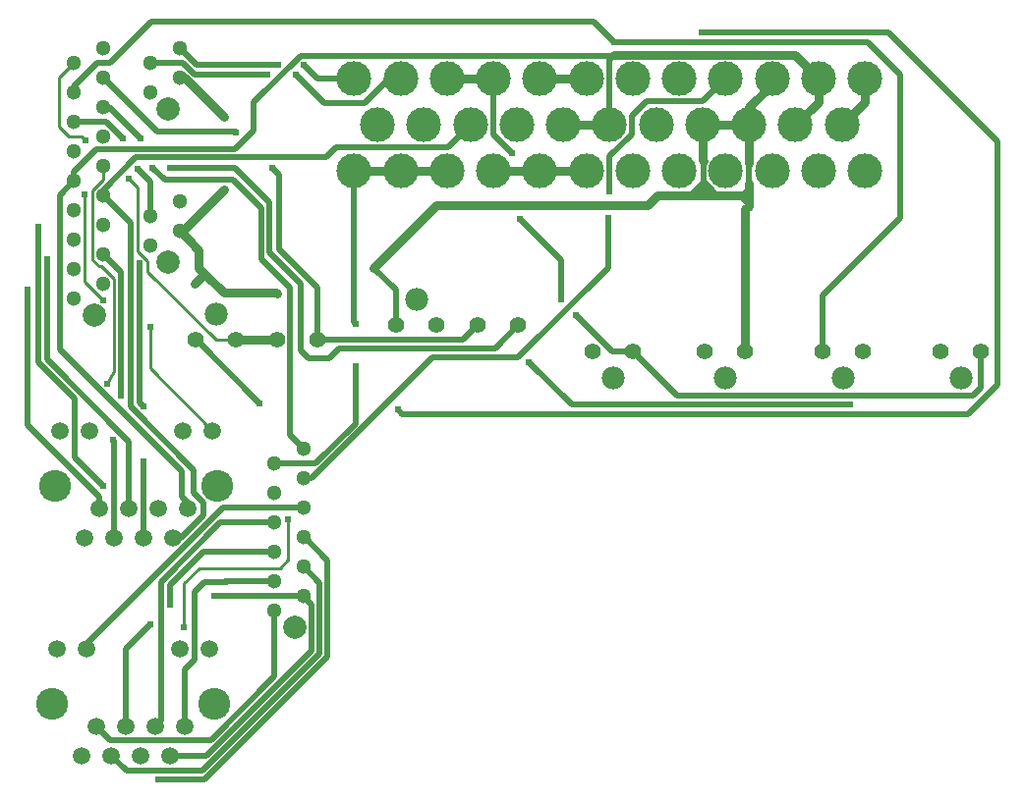
<source format=gbr>
G04 #@! TF.FileFunction,Copper,L1,Top,Signal*
%FSLAX46Y46*%
G04 Gerber Fmt 4.6, Leading zero omitted, Abs format (unit mm)*
G04 Created by KiCad (PCBNEW 4.0.7-e2-6376~58~ubuntu16.04.1) date Sat Mar  3 12:44:21 2018*
%MOMM*%
%LPD*%
G01*
G04 APERTURE LIST*
%ADD10C,0.100000*%
%ADD11C,1.300000*%
%ADD12C,2.000000*%
%ADD13C,3.000000*%
%ADD14C,1.500000*%
%ADD15C,2.750000*%
%ADD16C,1.397000*%
%ADD17C,1.981000*%
%ADD18C,0.609600*%
%ADD19C,0.254000*%
%ADD20C,0.762000*%
%ADD21C,0.508000*%
G04 APERTURE END LIST*
D10*
D11*
X40640000Y-54610000D03*
X40640000Y-57150000D03*
X40640000Y-59690000D03*
X40640000Y-52070000D03*
X43180000Y-58420000D03*
X43180000Y-55880000D03*
X43180000Y-53340000D03*
X43180000Y-50800000D03*
X40640000Y-49530000D03*
X43180000Y-48260000D03*
X40640000Y-46990000D03*
X43180000Y-45720000D03*
X40640000Y-44450000D03*
X43180000Y-43180000D03*
X40640000Y-41910000D03*
X43180000Y-40640000D03*
X40640000Y-39370000D03*
X43180000Y-38100000D03*
D12*
X42440000Y-61090000D03*
D13*
X80816000Y-40696000D03*
X104816000Y-40696000D03*
X100816000Y-40696000D03*
X96816000Y-40696000D03*
X92816000Y-40696000D03*
X88816000Y-40696000D03*
X84816000Y-40696000D03*
X102816000Y-44696000D03*
X98816000Y-44696000D03*
X90816000Y-44696000D03*
X94816000Y-44696000D03*
X86816000Y-44696000D03*
X82816000Y-44696000D03*
X84816000Y-48696000D03*
X88816000Y-48696000D03*
X96816000Y-48696000D03*
X92816000Y-48696000D03*
X100816000Y-48696000D03*
X104816000Y-48696000D03*
X108816000Y-40696000D03*
X106816000Y-44696000D03*
X108816000Y-48696000D03*
X80816000Y-48696000D03*
X78816000Y-44696000D03*
X76816000Y-40696000D03*
X76816000Y-48696000D03*
X72816000Y-40696000D03*
X74816000Y-44696000D03*
X72816000Y-48696000D03*
X68816000Y-40696000D03*
X70816000Y-44696000D03*
X68816000Y-48696000D03*
X64816000Y-40696000D03*
X66816000Y-44696000D03*
X64816000Y-48696000D03*
D14*
X52578000Y-71120000D03*
X50038000Y-71120000D03*
X39478000Y-71120000D03*
X42018000Y-71120000D03*
X50478000Y-77750000D03*
X47938000Y-77750000D03*
X45398000Y-77750000D03*
X42858000Y-77750000D03*
X49208000Y-80290000D03*
X46668000Y-80290000D03*
X44128000Y-80290000D03*
X41588000Y-80290000D03*
D15*
X52978000Y-75870000D03*
X39078000Y-75870000D03*
D16*
X54638000Y-63246000D03*
X51138000Y-63246000D03*
D17*
X52888000Y-61016000D03*
D16*
X58138000Y-63246000D03*
X61638000Y-63246000D03*
X115316000Y-64262000D03*
X118816000Y-64262000D03*
D17*
X117066000Y-66492000D03*
D16*
X105156000Y-64262000D03*
X108656000Y-64262000D03*
D17*
X106906000Y-66492000D03*
D16*
X85344000Y-64262000D03*
X88844000Y-64262000D03*
D17*
X87094000Y-66492000D03*
D16*
X71910000Y-61976000D03*
X68410000Y-61976000D03*
D17*
X70160000Y-59746000D03*
D16*
X75410000Y-61976000D03*
X78910000Y-61976000D03*
D11*
X47244000Y-39370000D03*
X47244000Y-41910000D03*
X49784000Y-40640000D03*
X49784000Y-38100000D03*
D12*
X48744000Y-43310000D03*
D11*
X47244000Y-52578000D03*
X47244000Y-55118000D03*
X49784000Y-53848000D03*
X49784000Y-51308000D03*
D12*
X48744000Y-56518000D03*
D14*
X52324000Y-89916000D03*
X49784000Y-89916000D03*
X39224000Y-89916000D03*
X41764000Y-89916000D03*
X50224000Y-96546000D03*
X47684000Y-96546000D03*
X45144000Y-96546000D03*
X42604000Y-96546000D03*
X48954000Y-99086000D03*
X46414000Y-99086000D03*
X43874000Y-99086000D03*
X41334000Y-99086000D03*
D15*
X52724000Y-94666000D03*
X38824000Y-94666000D03*
D11*
X57912000Y-81534000D03*
X57912000Y-84074000D03*
X57912000Y-86614000D03*
X57912000Y-78994000D03*
X60452000Y-85344000D03*
X60452000Y-82804000D03*
X60452000Y-80264000D03*
X60452000Y-77724000D03*
X57912000Y-76454000D03*
X60452000Y-75184000D03*
X57912000Y-73914000D03*
X60452000Y-72644000D03*
D12*
X59712000Y-88014000D03*
D16*
X94996000Y-64262000D03*
X98496000Y-64262000D03*
D17*
X96746000Y-66492000D03*
D18*
X41671240Y-46050200D03*
X45405040Y-49352200D03*
X94706440Y-36703000D03*
X68569840Y-69240400D03*
X56657240Y-68681600D03*
X54625240Y-45313600D03*
X57749440Y-48412400D03*
X83886040Y-61066680D03*
X82621120Y-59766200D03*
X79044800Y-52796440D03*
X78445360Y-47091600D03*
X87249000Y-37592000D03*
X46395640Y-45872400D03*
X48935640Y-48412400D03*
X107569000Y-68834000D03*
X79883000Y-65151000D03*
X51094640Y-58394600D03*
X53558440Y-43992800D03*
X53583840Y-50292000D03*
X66487040Y-57007760D03*
X58160920Y-59232800D03*
X85628480Y-51587410D03*
X81661000Y-51587410D03*
X77083920Y-51587410D03*
X59781440Y-40360600D03*
X57292240Y-40360600D03*
X58282840Y-39522400D03*
X60467240Y-39497000D03*
X46141640Y-48488600D03*
X38354000Y-56261000D03*
X36703000Y-58928000D03*
X43180000Y-75819000D03*
X37592000Y-53467000D03*
X44704000Y-68072000D03*
X44069000Y-71882000D03*
X46294040Y-56642000D03*
X46649640Y-69011800D03*
X46675040Y-73736200D03*
X52720240Y-85344000D03*
X53672740Y-84112100D03*
X43512740Y-67030600D03*
X47259240Y-62077600D03*
X43206303Y-59850559D03*
X41615360Y-50678080D03*
X47386240Y-48361600D03*
X44871640Y-45872400D03*
X59133740Y-78714600D03*
X50116740Y-88049100D03*
X47259240Y-87731600D03*
X48973740Y-86080600D03*
X47919640Y-101142800D03*
X86819740Y-50457100D03*
X86692740Y-52743100D03*
X64912240Y-61823600D03*
X64912240Y-65506600D03*
D19*
X54638000Y-63246000D02*
X52898040Y-63246000D01*
X39410640Y-40599360D02*
X40640000Y-39370000D01*
X39410640Y-44881800D02*
X39410640Y-40599360D01*
X40223440Y-45694600D02*
X39410640Y-44881800D01*
X41315640Y-45694600D02*
X40223440Y-45694600D01*
X41671240Y-46050200D02*
X41315640Y-45694600D01*
X46167040Y-50114200D02*
X45405040Y-49352200D01*
X46167040Y-55575200D02*
X46167040Y-50114200D01*
X47005240Y-56413400D02*
X46167040Y-55575200D01*
X47005240Y-57353200D02*
X47005240Y-56413400D01*
X52898040Y-63246000D02*
X47005240Y-57353200D01*
D20*
X54638000Y-63246000D02*
X58138000Y-63246000D01*
D21*
X51138000Y-63246000D02*
X51221640Y-63246000D01*
X51221640Y-63246000D02*
X56657240Y-68681600D01*
X110810040Y-36703000D02*
X94706440Y-36703000D01*
X120208040Y-46101000D02*
X110810040Y-36703000D01*
X120208040Y-67106800D02*
X120208040Y-46101000D01*
X117693440Y-69621400D02*
X120208040Y-67106800D01*
X68950840Y-69621400D02*
X117693440Y-69621400D01*
X68569840Y-69240400D02*
X68950840Y-69621400D01*
X61638000Y-63246000D02*
X61638000Y-58701760D01*
X47802800Y-45262800D02*
X43180000Y-40640000D01*
X54574440Y-45262800D02*
X47802800Y-45262800D01*
X54625240Y-45313600D02*
X54574440Y-45262800D01*
X58333640Y-48996600D02*
X57749440Y-48412400D01*
X58333640Y-55397400D02*
X58333640Y-48996600D01*
X61638000Y-58701760D02*
X58333640Y-55397400D01*
X75410000Y-61976000D02*
X75402440Y-61976000D01*
X75402440Y-61976000D02*
X74132440Y-63246000D01*
X74132440Y-63246000D02*
X61638000Y-63246000D01*
X75410000Y-61976000D02*
X75410000Y-62400240D01*
X75410000Y-61976000D02*
X75410000Y-62019240D01*
D20*
X72816000Y-40696000D02*
X76816000Y-40696000D01*
D21*
X83886040Y-61066680D02*
X87081360Y-64262000D01*
X87081360Y-64262000D02*
X88844000Y-64262000D01*
X79044800Y-52796440D02*
X82621120Y-56372760D01*
X82621120Y-56372760D02*
X82621120Y-59766200D01*
X76816000Y-40696000D02*
X76816000Y-45517474D01*
X76816000Y-45517474D02*
X78390126Y-47091600D01*
X78390126Y-47091600D02*
X78445360Y-47091600D01*
X118816000Y-64262000D02*
X118816000Y-67366000D01*
X92654000Y-68072000D02*
X88844000Y-64262000D01*
X118110000Y-68072000D02*
X92654000Y-68072000D01*
X118816000Y-67366000D02*
X118110000Y-68072000D01*
X105156000Y-64262000D02*
X105156000Y-59436000D01*
X109093000Y-37592000D02*
X87249000Y-37592000D01*
X111887000Y-40386000D02*
X109093000Y-37592000D01*
X111887000Y-52705000D02*
X111887000Y-40386000D01*
X105156000Y-59436000D02*
X111887000Y-52705000D01*
X42672000Y-39370000D02*
X40640000Y-41402000D01*
X43815000Y-39370000D02*
X42672000Y-39370000D01*
X47371000Y-35814000D02*
X43815000Y-39370000D01*
X85471000Y-35814000D02*
X47371000Y-35814000D01*
X87249000Y-37592000D02*
X85471000Y-35814000D01*
X40640000Y-41402000D02*
X40640000Y-41910000D01*
X78910000Y-61976000D02*
X78907640Y-61976000D01*
X78907640Y-61976000D02*
X76926440Y-63957200D01*
X46395640Y-45872400D02*
X43703240Y-43180000D01*
X54523640Y-48412400D02*
X48935640Y-48412400D01*
X57495440Y-51384200D02*
X54523640Y-48412400D01*
X57495440Y-55702200D02*
X57495440Y-51384200D01*
X60213240Y-58420000D02*
X57495440Y-55702200D01*
X60213240Y-64135000D02*
X60213240Y-58420000D01*
X60899040Y-64820800D02*
X60213240Y-64135000D01*
X62651640Y-64820800D02*
X60899040Y-64820800D01*
X63515240Y-63957200D02*
X62651640Y-64820800D01*
X76926440Y-63957200D02*
X63515240Y-63957200D01*
X43703240Y-43180000D02*
X43180000Y-43180000D01*
X78910000Y-61976000D02*
X78806040Y-61976000D01*
X43180000Y-43180000D02*
X43703240Y-43180000D01*
X78910000Y-61976000D02*
X78729840Y-61976000D01*
X83566000Y-68834000D02*
X107569000Y-68834000D01*
X79883000Y-65151000D02*
X83566000Y-68834000D01*
D20*
X51937920Y-57551320D02*
X51937920Y-57525920D01*
X51094640Y-58394600D02*
X51937920Y-57551320D01*
X49784000Y-53848000D02*
X50027840Y-53848000D01*
X50027840Y-53848000D02*
X53583840Y-50292000D01*
X53558440Y-43992800D02*
X50205640Y-40640000D01*
X50205640Y-40640000D02*
X49784000Y-40640000D01*
X49977040Y-40640000D02*
X49784000Y-40640000D01*
X98496000Y-51950199D02*
X98782599Y-51663600D01*
X98496000Y-64262000D02*
X98496000Y-51950199D01*
D21*
X68410000Y-61976000D02*
X68410000Y-58930720D01*
X68410000Y-58930720D02*
X66487040Y-57007760D01*
D20*
X71907390Y-51587410D02*
X66487040Y-57007760D01*
X53578760Y-59166760D02*
X58094880Y-59166760D01*
X58094880Y-59166760D02*
X58160920Y-59232800D01*
D21*
X98816000Y-49705434D02*
X98816000Y-48000920D01*
D20*
X98816000Y-44696000D02*
X98816000Y-48000920D01*
X94909599Y-47780927D02*
X94816000Y-47687328D01*
X94816000Y-47687328D02*
X94816000Y-44696000D01*
X98816000Y-44696000D02*
X94816000Y-44696000D01*
X98782599Y-50733960D02*
X98782599Y-50017680D01*
D19*
X98074480Y-50733960D02*
X98074480Y-50725799D01*
D20*
X98782599Y-50017680D02*
X98782599Y-49738835D01*
D19*
X98074480Y-50725799D02*
X98782599Y-50017680D01*
D21*
X98074480Y-50733960D02*
X98782599Y-50733960D01*
X96032486Y-50733960D02*
X98074480Y-50733960D01*
D19*
X98074480Y-50733960D02*
X98074480Y-50955481D01*
D20*
X98782599Y-51663600D02*
X98782599Y-50733960D01*
D19*
X98074480Y-50955481D02*
X98782599Y-51663600D01*
D21*
X95590526Y-50292000D02*
X94970600Y-50292000D01*
X94970600Y-50292000D02*
X94711520Y-50292000D01*
X94909599Y-49616401D02*
X94909599Y-50230999D01*
X94909599Y-50230999D02*
X94970600Y-50292000D01*
X95590526Y-50292000D02*
X96032486Y-50733960D01*
X94909599Y-49611073D02*
X95590526Y-50292000D01*
X94909599Y-49616401D02*
X94472760Y-50053240D01*
X94711520Y-50292000D02*
X94472760Y-50053240D01*
X94472760Y-50053240D02*
X93792040Y-50733960D01*
D20*
X98782599Y-50733960D02*
X93792040Y-50733960D01*
X93792040Y-50733960D02*
X90968604Y-50733960D01*
D21*
X94909599Y-49611073D02*
X94909599Y-49616401D01*
D20*
X90115155Y-51587410D02*
X85628480Y-51587410D01*
X85628480Y-51587410D02*
X84825840Y-51587410D01*
X84825840Y-51587410D02*
X81661000Y-51587410D01*
X81661000Y-51587410D02*
X80645000Y-51587410D01*
X80645000Y-51587410D02*
X77083920Y-51587410D01*
X77083920Y-51587410D02*
X76448920Y-51587410D01*
X76448920Y-51587410D02*
X71907390Y-51587410D01*
X90968604Y-50733960D02*
X90115155Y-51587410D01*
D21*
X98782599Y-49738835D02*
X98816000Y-49705434D01*
X94909599Y-47780927D02*
X94909599Y-49611073D01*
D20*
X51435000Y-57023000D02*
X51937920Y-57525920D01*
X51937920Y-57525920D02*
X53578760Y-59166760D01*
X51435000Y-55504080D02*
X51435000Y-57023000D01*
X50433999Y-54497999D02*
X50433999Y-54503079D01*
X49784000Y-53848000D02*
X50433999Y-54497999D01*
X50433999Y-54503079D02*
X51435000Y-55504080D01*
X49784000Y-53848000D02*
X50038000Y-53848000D01*
X100816000Y-40696000D02*
X100816000Y-41170000D01*
X100816000Y-41170000D02*
X98816000Y-43170000D01*
X98816000Y-43170000D02*
X98816000Y-44696000D01*
X76816000Y-48696000D02*
X80816000Y-48696000D01*
X80816000Y-48696000D02*
X84816000Y-48696000D01*
D21*
X47244000Y-39370000D02*
X50053240Y-39370000D01*
X65725040Y-42799000D02*
X67828040Y-40696000D01*
X62219840Y-42799000D02*
X65725040Y-42799000D01*
X59781440Y-40360600D02*
X62219840Y-42799000D01*
X51043840Y-40360600D02*
X57292240Y-40360600D01*
X50053240Y-39370000D02*
X51043840Y-40360600D01*
X67828040Y-40696000D02*
X68816000Y-40696000D01*
X67889000Y-40696000D02*
X68816000Y-40696000D01*
X67889000Y-40696000D02*
X68816000Y-40696000D01*
X49784000Y-38100000D02*
X49784000Y-38110160D01*
X49784000Y-38110160D02*
X51196240Y-39522400D01*
X51196240Y-39522400D02*
X58282840Y-39522400D01*
X60467240Y-39497000D02*
X61666240Y-40696000D01*
X61666240Y-40696000D02*
X64816000Y-40696000D01*
X47244000Y-52578000D02*
X47244000Y-49590960D01*
X47244000Y-49590960D02*
X46141640Y-48488600D01*
X45398000Y-77750000D02*
X45398000Y-71985950D01*
X38354000Y-64941950D02*
X38354000Y-56261000D01*
X45398000Y-71985950D02*
X38354000Y-64941950D01*
X42858000Y-77750000D02*
X42858000Y-76767000D01*
X36703000Y-70612000D02*
X36703000Y-58928000D01*
X42858000Y-76767000D02*
X36703000Y-70612000D01*
X43180000Y-75819000D02*
X40767000Y-73406000D01*
X40767000Y-73406000D02*
X40767000Y-68326000D01*
X40767000Y-68326000D02*
X37592000Y-65151000D01*
X37592000Y-65151000D02*
X37592000Y-53467000D01*
X44128000Y-80290000D02*
X44128000Y-71941000D01*
X44704000Y-57404000D02*
X43180000Y-55880000D01*
X44704000Y-68072000D02*
X44704000Y-57404000D01*
X44128000Y-71941000D02*
X44069000Y-71882000D01*
X46668000Y-80290000D02*
X46668000Y-73743240D01*
X46294040Y-68656200D02*
X46294040Y-56642000D01*
X46649640Y-69011800D02*
X46294040Y-68656200D01*
X46668000Y-73743240D02*
X46675040Y-73736200D01*
X43180000Y-53340000D02*
X43195240Y-53340000D01*
X52720240Y-85344000D02*
X60452000Y-85344000D01*
X49208000Y-80290000D02*
X49208000Y-80448840D01*
X43180000Y-50800000D02*
X43180000Y-50307240D01*
X43180000Y-50307240D02*
X46014640Y-47472600D01*
X72877600Y-46634400D02*
X74816000Y-44696000D01*
X63261240Y-46634400D02*
X72877600Y-46634400D01*
X62423040Y-47472600D02*
X63261240Y-46634400D01*
X46014640Y-47472600D02*
X62423040Y-47472600D01*
X43180000Y-50800000D02*
X43180000Y-50332640D01*
X60452000Y-85344000D02*
X60452000Y-85404960D01*
X60452000Y-85404960D02*
X61127640Y-86080600D01*
X52084640Y-99086000D02*
X48954000Y-99086000D01*
X61127640Y-90043000D02*
X52084640Y-99086000D01*
X61127640Y-86080600D02*
X61127640Y-90043000D01*
X49208000Y-80290000D02*
X49874840Y-80290000D01*
X49874840Y-80290000D02*
X51831240Y-78333600D01*
X45544740Y-53164740D02*
X43180000Y-50800000D01*
X45544740Y-68999100D02*
X45544740Y-53164740D01*
X51005740Y-74460100D02*
X45544740Y-68999100D01*
X51005740Y-76428600D02*
X51005740Y-74460100D01*
X51831240Y-77254100D02*
X51005740Y-76428600D01*
X51831240Y-78333600D02*
X51831240Y-77254100D01*
X60452000Y-85344000D02*
X60452000Y-85366860D01*
D20*
X108816000Y-40696000D02*
X108816000Y-42696000D01*
X108816000Y-42696000D02*
X106816000Y-44696000D01*
D21*
X49208000Y-80290000D02*
X49208000Y-80332000D01*
X49234000Y-80264000D02*
X49208000Y-80290000D01*
X40640000Y-49530000D02*
X40640000Y-48732440D01*
X60162440Y-38735000D02*
X87171519Y-38735000D01*
X56149240Y-42748200D02*
X60162440Y-38735000D01*
X56149240Y-45186600D02*
X56149240Y-42748200D01*
X54523642Y-46812198D02*
X56149240Y-45186600D01*
X42560242Y-46812198D02*
X54523642Y-46812198D01*
X40640000Y-48732440D02*
X42560242Y-46812198D01*
X40640000Y-49530000D02*
X40640000Y-49011840D01*
X40640000Y-49530000D02*
X40640000Y-48961040D01*
X50478000Y-77750000D02*
X50478000Y-77285160D01*
X50478000Y-77285160D02*
X49977040Y-76784200D01*
X39436040Y-50733960D02*
X40640000Y-49530000D01*
X39436040Y-64048638D02*
X39436040Y-50733960D01*
X49977040Y-74589638D02*
X39436040Y-64048638D01*
X49977040Y-76784200D02*
X49977040Y-74589638D01*
X50224000Y-96546000D02*
X50224000Y-91688340D01*
X51894740Y-84112100D02*
X53672740Y-84112100D01*
X51069240Y-84937600D02*
X51894740Y-84112100D01*
X51069240Y-90843100D02*
X51069240Y-84937600D01*
X50224000Y-91688340D02*
X51069240Y-90843100D01*
X53710840Y-84074000D02*
X57912000Y-84074000D01*
X53672740Y-84112100D02*
X53710840Y-84074000D01*
X86816000Y-44696000D02*
X86816000Y-39090519D01*
X86816000Y-39090519D02*
X87171519Y-38735000D01*
X87171519Y-38735000D02*
X87243920Y-38662599D01*
D20*
X104816000Y-40696000D02*
X102782599Y-38662599D01*
X102782599Y-38662599D02*
X87243920Y-38662599D01*
X86816000Y-44696000D02*
X82816000Y-44696000D01*
X50478000Y-77335960D02*
X50478000Y-77750000D01*
X104816000Y-40696000D02*
X104816000Y-42696000D01*
X104816000Y-42696000D02*
X102816000Y-44696000D01*
D19*
X43512740Y-67030600D02*
X43804840Y-66497200D01*
X43804840Y-66497200D02*
X44109640Y-65887600D01*
X44109640Y-65887600D02*
X44109401Y-57982881D01*
X43512740Y-67030600D02*
X43629341Y-67030600D01*
X43180000Y-48260000D02*
X43180000Y-49424486D01*
X43180000Y-49424486D02*
X42250599Y-50353887D01*
X42250599Y-50353887D02*
X42250599Y-56326113D01*
X42250599Y-56326113D02*
X42810326Y-56885840D01*
X42810326Y-56885840D02*
X43012360Y-56885840D01*
X43012360Y-56885840D02*
X44109401Y-57982881D01*
X47259240Y-62077600D02*
X47259240Y-65633600D01*
X47259240Y-65633600D02*
X52578000Y-71120000D01*
X41615360Y-50678080D02*
X41615360Y-58259616D01*
X41615360Y-58259616D02*
X43206303Y-59850559D01*
D21*
X60452000Y-72644000D02*
X60452000Y-72628760D01*
X60452000Y-72628760D02*
X59273440Y-71450200D01*
X59273440Y-71450200D02*
X59273440Y-58724800D01*
X59273440Y-58724800D02*
X56784240Y-56235600D01*
X56784240Y-56235600D02*
X56784240Y-51892200D01*
X56784240Y-51892200D02*
X54345840Y-49453800D01*
X54345840Y-49453800D02*
X48478440Y-49453800D01*
X48478440Y-49453800D02*
X47386240Y-48361600D01*
X44871640Y-45872400D02*
X43449240Y-44450000D01*
X43449240Y-44450000D02*
X40640000Y-44450000D01*
D19*
X59133740Y-78714600D02*
X59133740Y-82207100D01*
X59133740Y-82207100D02*
X58435240Y-82905600D01*
X58435240Y-82905600D02*
X51450240Y-82905600D01*
X51450240Y-82905600D02*
X50116740Y-84239100D01*
X50116740Y-84239100D02*
X50116740Y-88049100D01*
D21*
X60452000Y-77724000D02*
X53520340Y-77724000D01*
X53520340Y-77724000D02*
X41764000Y-89480340D01*
X41764000Y-89480340D02*
X41764000Y-89916000D01*
D19*
X42344340Y-89916000D02*
X41764000Y-89916000D01*
D21*
X57912000Y-78994000D02*
X53266340Y-78994000D01*
X48148240Y-84112100D02*
X48148240Y-96081760D01*
X53266340Y-78994000D02*
X48148240Y-84112100D01*
X48148240Y-96081760D02*
X47684000Y-96546000D01*
X57912000Y-81534000D02*
X51805840Y-81534000D01*
X45144000Y-89846840D02*
X45144000Y-96546000D01*
X47259240Y-87731600D02*
X45144000Y-89846840D01*
X48973740Y-84366100D02*
X48973740Y-86080600D01*
X51805840Y-81534000D02*
X48973740Y-84366100D01*
X57912000Y-81534000D02*
X57457340Y-81534000D01*
X57912000Y-86614000D02*
X57912000Y-92293440D01*
X43797200Y-97739200D02*
X42604000Y-96546000D01*
X52466240Y-97739200D02*
X43797200Y-97739200D01*
X57912000Y-92293440D02*
X52466240Y-97739200D01*
X60452000Y-80264000D02*
X60518040Y-80264000D01*
X60518040Y-80264000D02*
X62499240Y-82245200D01*
X51907440Y-101142800D02*
X47919640Y-101142800D01*
X62499240Y-90551000D02*
X51907440Y-101142800D01*
X62499240Y-82245200D02*
X62499240Y-90551000D01*
X60452000Y-80264000D02*
X60452000Y-80518000D01*
X60452000Y-82804000D02*
X60452000Y-82814160D01*
X60452000Y-82814160D02*
X61816365Y-84178525D01*
X45194200Y-100406200D02*
X43874000Y-99086000D01*
X51710090Y-100406200D02*
X45194200Y-100406200D01*
X61816365Y-90299925D02*
X51710090Y-100406200D01*
X61816365Y-84178525D02*
X61816365Y-90299925D01*
X60452000Y-82804000D02*
X60452000Y-82864960D01*
D20*
X80816000Y-40696000D02*
X84816000Y-40696000D01*
D21*
X60452000Y-75184000D02*
X61140340Y-75184000D01*
X94865400Y-42646600D02*
X96816000Y-40696000D01*
X89994740Y-42646600D02*
X94865400Y-42646600D01*
X88724740Y-43916600D02*
X89994740Y-42646600D01*
X88724740Y-45504100D02*
X88724740Y-43916600D01*
X86819740Y-47409100D02*
X88724740Y-45504100D01*
X86819740Y-50457100D02*
X86819740Y-47409100D01*
X86692740Y-56997600D02*
X86692740Y-52743100D01*
X78945740Y-64744600D02*
X86692740Y-56997600D01*
X71579740Y-64744600D02*
X78945740Y-64744600D01*
X61140340Y-75184000D02*
X71579740Y-64744600D01*
X95829000Y-40696000D02*
X96816000Y-40696000D01*
X60452000Y-75184000D02*
X60452000Y-75057000D01*
X57912000Y-73914000D02*
X61476390Y-73914000D01*
X64816000Y-61727360D02*
X64816000Y-48696000D01*
X64912240Y-61823600D02*
X64816000Y-61727360D01*
X64912240Y-70478150D02*
X64912240Y-65506600D01*
X61476390Y-73914000D02*
X64912240Y-70478150D01*
X68816000Y-49918840D02*
X68816000Y-48696000D01*
D20*
X68816000Y-48696000D02*
X64816000Y-48696000D01*
X72816000Y-48696000D02*
X68816000Y-48696000D01*
M02*

</source>
